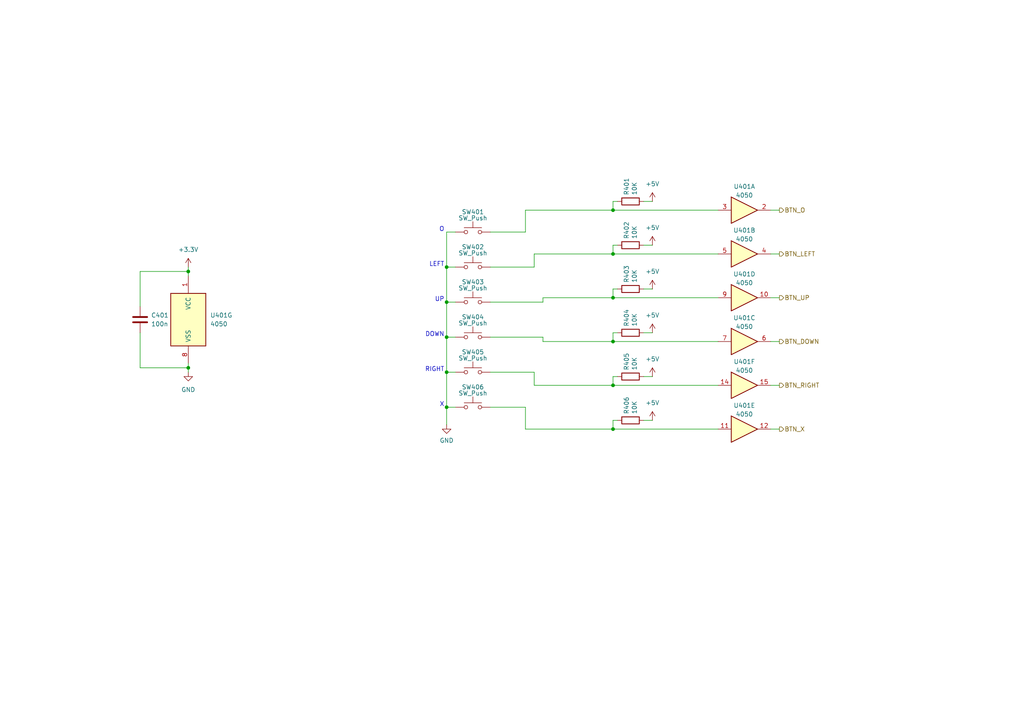
<source format=kicad_sch>
(kicad_sch (version 20231120) (generator "eeschema") (generator_version "8.0")
  (paper "A4")
  (title_block (title "STM32G0 LED Controller") (date "2024-06-29") (company "Stefan Misik") (comment 1 "www.stefanmisik.com"))
  (lib_symbols
    (symbol "4xxx:4050" (pin_names (offset 1.016))
      (property "Reference" "U" (at 0 1.27 0))
      (property "Value" "4050" (at 0 -1.27 0))
      (symbol "4050_1_0"
        (polyline (pts (xy -3.81 3.81) (xy -3.81 -3.81) (xy 3.81 0) (xy -3.81 3.81)) (stroke (width 0.254)) (fill (type background)))
        (pin output line (at 7.62 0 180) (length 3.81) (name "~") (number "2"))
        (pin input line (at -7.62 0 0) (length 3.81) (name "~") (number "3"))
      )
      (symbol "4050_2_0"
        (polyline (pts (xy -3.81 3.81) (xy -3.81 -3.81) (xy 3.81 0) (xy -3.81 3.81)) (stroke (width 0.254)) (fill (type background)))
        (pin output line (at 7.62 0 180) (length 3.81) (name "~") (number "4"))
        (pin input line (at -7.62 0 0) (length 3.81) (name "~") (number "5"))
      )
      (symbol "4050_3_0"
        (polyline (pts (xy -3.81 3.81) (xy -3.81 -3.81) (xy 3.81 0) (xy -3.81 3.81)) (stroke (width 0.254)) (fill (type background)))
        (pin output line (at 7.62 0 180) (length 3.81) (name "~") (number "6"))
        (pin input line (at -7.62 0 0) (length 3.81) (name "~") (number "7"))
      )
      (symbol "4050_4_0"
        (polyline (pts (xy -3.81 3.81) (xy -3.81 -3.81) (xy 3.81 0) (xy -3.81 3.81)) (stroke (width 0.254)) (fill (type background)))
        (pin output line (at 7.62 0 180) (length 3.81) (name "~") (number "10"))
        (pin input line (at -7.62 0 0) (length 3.81) (name "~") (number "9"))
      )
      (symbol "4050_5_0"
        (polyline (pts (xy -3.81 3.81) (xy -3.81 -3.81) (xy 3.81 0) (xy -3.81 3.81)) (stroke (width 0.254)) (fill (type background)))
        (pin input line (at -7.62 0 0) (length 3.81) (name "~") (number "11"))
        (pin output line (at 7.62 0 180) (length 3.81) (name "~") (number "12"))
      )
      (symbol "4050_6_0"
        (polyline (pts (xy -3.81 3.81) (xy -3.81 -3.81) (xy 3.81 0) (xy -3.81 3.81)) (stroke (width 0.254)) (fill (type background)))
        (pin input line (at -7.62 0 0) (length 3.81) (name "~") (number "14"))
        (pin output line (at 7.62 0 180) (length 3.81) (name "~") (number "15"))
      )
      (symbol "4050_7_0"
        (pin power_in line (at 0 12.7 270) (length 5.08) (name "VCC") (number "1"))
        (pin power_in line (at 0 -12.7 90) (length 5.08) (name "VSS") (number "8"))
      )
      (symbol "4050_7_1"
        (rectangle (start -5.08 7.62) (end 5.08 -7.62) (stroke (width 0.254)) (fill (type background)))
      )
    )
    (symbol "Device:C" (pin_numbers hide) (pin_names (offset 0.254))
      (property "Reference" "C" (at 0.635 2.54 0))
      (property "Value" "C" (at 0.635 -2.54 0))
      (symbol "C_0_1"
        (polyline (pts (xy -2.032 -0.762) (xy 2.032 -0.762)) (stroke (width 0.508)))
        (polyline (pts (xy -2.032 0.762) (xy 2.032 0.762)) (stroke (width 0.508)))
      )
      (symbol "C_1_1"
        (pin passive line (at 0 3.81 270) (length 2.794) (name "~") (number "1"))
        (pin passive line (at 0 -3.81 90) (length 2.794) (name "~") (number "2"))
      )
    )
    (symbol "Device:R" (pin_numbers hide) (pin_names (offset 0))
      (property "Reference" "R" (at 2.032 0 90))
      (property "Value" "R" (at 0 0 90))
      (symbol "R_0_1"
        (rectangle (start -1.016 -2.54) (end 1.016 2.54) (stroke (width 0.254)))
      )
      (symbol "R_1_1"
        (pin passive line (at 0 3.81 270) (length 1.27) (name "~") (number "1"))
        (pin passive line (at 0 -3.81 90) (length 1.27) (name "~") (number "2"))
      )
    )
    (symbol "Switch:SW_Push" (pin_numbers hide) (pin_names (offset 1.016) hide)
      (property "Reference" "SW" (at 1.27 2.54 0))
      (property "Value" "SW_Push" (at 0 -1.524 0))
      (symbol "SW_Push_0_1"
        (circle (center -2.032 0) (radius 0.508))
        (polyline (pts (xy 0 1.27) (xy 0 3.048)))
        (polyline (pts (xy 2.54 1.27) (xy -2.54 1.27)))
        (circle (center 2.032 0) (radius 0.508))
        (pin passive line (at -5.08 0 0) (length 2.54) (name "1") (number "1"))
        (pin passive line (at 5.08 0 180) (length 2.54) (name "2") (number "2"))
      )
    )
    (symbol "power:+3.3V" (power) (pin_numbers hide) (pin_names (offset 0) hide)
      (property "Value" "+3.3V" (at 0 3.556 0))
      (symbol "+3.3V_0_1"
        (polyline (pts (xy -0.762 1.27) (xy 0 2.54)))
        (polyline (pts (xy 0 0) (xy 0 2.54)))
        (polyline (pts (xy 0 2.54) (xy 0.762 1.27)))
      )
      (symbol "+3.3V_1_1"
        (pin power_in line (at 0 0 90) (length 0) (name "~") (number "1"))
      )
    )
    (symbol "power:+5V" (power) (pin_numbers hide) (pin_names (offset 0) hide)
      (property "Value" "+5V" (at 0 3.556 0))
      (symbol "+5V_0_1"
        (polyline (pts (xy -0.762 1.27) (xy 0 2.54)))
        (polyline (pts (xy 0 0) (xy 0 2.54)))
        (polyline (pts (xy 0 2.54) (xy 0.762 1.27)))
      )
      (symbol "+5V_1_1"
        (pin power_in line (at 0 0 90) (length 0) (name "~") (number "1"))
      )
    )
    (symbol "power:GND" (power) (pin_numbers hide) (pin_names (offset 0) hide)
      (property "Value" "GND" (at 0 -3.81 0))
      (symbol "GND_0_1"
        (polyline (pts (xy 0 0) (xy 0 -1.27) (xy 1.27 -1.27) (xy 0 -2.54) (xy -1.27 -1.27) (xy 0 -1.27)))
      )
      (symbol "GND_1_1"
        (pin power_in line (at 0 0 270) (length 0) (name "~") (number "1"))
      )
    )
  )
  (junction (at 129.54 97.79))
  (junction (at 129.54 118.11))
  (junction (at 129.54 77.47))
  (junction (at 177.8 124.46))
  (junction (at 54.61 78.74))
  (junction (at 177.8 99.06))
  (junction (at 129.54 87.63))
  (junction (at 54.61 106.68))
  (junction (at 177.8 111.76))
  (junction (at 177.8 86.36))
  (junction (at 177.8 60.96))
  (junction (at 177.8 73.66))
  (junction (at 129.54 107.95))
  (wire (pts (xy 177.8 71.12) (xy 177.8 73.66)))
  (wire (pts (xy 154.94 107.95) (xy 154.94 111.76)))
  (wire (pts (xy 54.61 105.41) (xy 54.61 106.68)))
  (wire (pts (xy 186.69 58.42) (xy 189.23 58.42)))
  (wire (pts (xy 40.64 78.74) (xy 54.61 78.74)))
  (wire (pts (xy 186.69 109.22) (xy 189.23 109.22)))
  (wire (pts (xy 54.61 78.74) (xy 54.61 80.01)))
  (wire (pts (xy 142.24 118.11) (xy 152.4 118.11)))
  (wire (pts (xy 129.54 97.79) (xy 132.08 97.79)))
  (wire (pts (xy 142.24 97.79) (xy 157.48 97.79)))
  (wire (pts (xy 177.8 86.36) (xy 208.28 86.36)))
  (wire (pts (xy 177.8 111.76) (xy 208.28 111.76)))
  (wire (pts (xy 129.54 87.63) (xy 132.08 87.63)))
  (wire (pts (xy 177.8 96.52) (xy 177.8 99.06)))
  (wire (pts (xy 177.8 83.82) (xy 177.8 86.36)))
  (wire (pts (xy 152.4 118.11) (xy 152.4 124.46)))
  (wire (pts (xy 177.8 58.42) (xy 177.8 60.96)))
  (wire (pts (xy 54.61 77.47) (xy 54.61 78.74)))
  (wire (pts (xy 129.54 77.47) (xy 129.54 87.63)))
  (wire (pts (xy 129.54 77.47) (xy 132.08 77.47)))
  (wire (pts (xy 129.54 97.79) (xy 129.54 107.95)))
  (wire (pts (xy 152.4 124.46) (xy 177.8 124.46)))
  (wire (pts (xy 152.4 60.96) (xy 177.8 60.96)))
  (wire (pts (xy 40.64 106.68) (xy 54.61 106.68)))
  (wire (pts (xy 142.24 67.31) (xy 152.4 67.31)))
  (wire (pts (xy 157.48 86.36) (xy 177.8 86.36)))
  (wire (pts (xy 226.06 86.36) (xy 223.52 86.36)))
  (wire (pts (xy 179.07 58.42) (xy 177.8 58.42)))
  (wire (pts (xy 179.07 109.22) (xy 177.8 109.22)))
  (wire (pts (xy 154.94 77.47) (xy 154.94 73.66)))
  (wire (pts (xy 226.06 73.66) (xy 223.52 73.66)))
  (wire (pts (xy 226.06 60.96) (xy 223.52 60.96)))
  (wire (pts (xy 129.54 107.95) (xy 132.08 107.95)))
  (wire (pts (xy 179.07 83.82) (xy 177.8 83.82)))
  (wire (pts (xy 186.69 83.82) (xy 189.23 83.82)))
  (wire (pts (xy 129.54 118.11) (xy 132.08 118.11)))
  (wire (pts (xy 157.48 87.63) (xy 157.48 86.36)))
  (wire (pts (xy 179.07 121.92) (xy 177.8 121.92)))
  (wire (pts (xy 177.8 73.66) (xy 208.28 73.66)))
  (wire (pts (xy 177.8 99.06) (xy 208.28 99.06)))
  (wire (pts (xy 179.07 71.12) (xy 177.8 71.12)))
  (wire (pts (xy 154.94 107.95) (xy 142.24 107.95)))
  (wire (pts (xy 129.54 67.31) (xy 132.08 67.31)))
  (wire (pts (xy 226.06 124.46) (xy 223.52 124.46)))
  (wire (pts (xy 186.69 71.12) (xy 189.23 71.12)))
  (wire (pts (xy 177.8 124.46) (xy 208.28 124.46)))
  (wire (pts (xy 40.64 96.52) (xy 40.64 106.68)))
  (wire (pts (xy 226.06 99.06) (xy 223.52 99.06)))
  (wire (pts (xy 226.06 111.76) (xy 223.52 111.76)))
  (wire (pts (xy 186.69 121.92) (xy 189.23 121.92)))
  (wire (pts (xy 129.54 67.31) (xy 129.54 77.47)))
  (wire (pts (xy 142.24 77.47) (xy 154.94 77.47)))
  (wire (pts (xy 157.48 99.06) (xy 177.8 99.06)))
  (wire (pts (xy 54.61 106.68) (xy 54.61 107.95)))
  (wire (pts (xy 152.4 67.31) (xy 152.4 60.96)))
  (wire (pts (xy 177.8 109.22) (xy 177.8 111.76)))
  (wire (pts (xy 177.8 60.96) (xy 208.28 60.96)))
  (wire (pts (xy 129.54 87.63) (xy 129.54 97.79)))
  (wire (pts (xy 179.07 96.52) (xy 177.8 96.52)))
  (wire (pts (xy 129.54 107.95) (xy 129.54 118.11)))
  (wire (pts (xy 154.94 111.76) (xy 177.8 111.76)))
  (wire (pts (xy 157.48 97.79) (xy 157.48 99.06)))
  (wire (pts (xy 186.69 96.52) (xy 189.23 96.52)))
  (wire (pts (xy 129.54 123.19) (xy 129.54 118.11)))
  (wire (pts (xy 154.94 73.66) (xy 177.8 73.66)))
  (wire (pts (xy 142.24 87.63) (xy 157.48 87.63)))
  (wire (pts (xy 40.64 78.74) (xy 40.64 88.9)))
  (wire (pts (xy 177.8 121.92) (xy 177.8 124.46)))
  (text "X" (at 128.905 118.11 0) (effects (font (size 1.27 1.27)) (justify right bottom)))
  (text "RIGHT" (at 128.905 107.95 0) (effects (font (size 1.27 1.27)) (justify right bottom)))
  (text "LEFT" (at 128.905 77.47 0) (effects (font (size 1.27 1.27)) (justify right bottom)))
  (text "DOWN" (at 128.905 97.79 0) (effects (font (size 1.27 1.27)) (justify right bottom)))
  (text "O" (at 128.905 67.31 0) (effects (font (size 1.27 1.27)) (justify right bottom)))
  (text "UP" (at 128.905 87.63 0) (effects (font (size 1.27 1.27)) (justify right bottom)))
  (hierarchical_label "BTN_UP" (shape output) (at 226.06 86.36 0))
  (hierarchical_label "BTN_RIGHT" (shape output) (at 226.06 111.76 0))
  (hierarchical_label "BTN_LEFT" (shape output) (at 226.06 73.66 0))
  (hierarchical_label "BTN_DOWN" (shape output) (at 226.06 99.06 0))
  (hierarchical_label "BTN_X" (shape output) (at 226.06 124.46 0))
  (hierarchical_label "BTN_O" (shape output) (at 226.06 60.96 0))
  (symbol (lib_id "power:+5V") (at 189.23 121.92 0) (unit 1)
    (property "Reference" "#PWR0402" (effects (hide yes)))
    (property "Value" "+5V" (at 189.23 116.84 0))
    (property "Description" "Power symbol creates a global label with name \"+5V\"" (effects (hide yes)))
  )
  (symbol (lib_id "4xxx:4050") (at 215.9 86.36 0) (unit 4)
    (property "Reference" "U401" (at 215.9 79.502 0))
    (property "Value" "4050" (at 215.9 82.042 0))
    (property "Footprint" "Package_SO:SOIC-16_3.9x9.9mm_P1.27mm" (effects (hide yes)))
    (property "Datasheet" "http://www.intersil.com/content/dam/intersil/documents/cd40/cd4050bms.pdf" (effects (hide yes)))
    (property "Description" "Hex Buffer" (effects (hide yes)))
  )
  (symbol (lib_id "Device:R") (at 182.88 71.12 90) (unit 1)
    (property "Reference" "R402" (at 181.7116 69.342 0) (effects (justify left)))
    (property "Value" "10K" (at 184.023 69.342 0) (effects (justify left)))
    (property "Footprint" "Resistor_SMD:R_0805_2012Metric_Pad1.20x1.40mm_HandSolder" (effects (hide yes)))
    (property "Description" "Resistor" (effects (hide yes)))
  )
  (symbol (lib_id "Device:R") (at 182.88 121.92 90) (unit 1)
    (property "Reference" "R406" (at 181.7116 120.142 0) (effects (justify left)))
    (property "Value" "10K" (at 184.023 120.142 0) (effects (justify left)))
    (property "Footprint" "Resistor_SMD:R_0805_2012Metric_Pad1.20x1.40mm_HandSolder" (effects (hide yes)))
    (property "Description" "Resistor" (effects (hide yes)))
  )
  (symbol (lib_id "power:+5V") (at 189.23 58.42 0) (unit 1)
    (property "Reference" "#PWR0407" (effects (hide yes)))
    (property "Value" "+5V" (at 189.23 53.34 0))
    (property "Description" "Power symbol creates a global label with name \"+5V\"" (effects (hide yes)))
  )
  (symbol (lib_id "power:GND") (at 129.54 123.19 0) (unit 1)
    (property "Reference" "#PWR0401" (effects (hide yes)))
    (property "Value" "GND" (at 129.54 127.762 0))
    (property "Description" "Power symbol creates a global label with name \"GND\" , ground" (effects (hide yes)))
  )
  (symbol (lib_id "Device:R") (at 182.88 58.42 90) (unit 1)
    (property "Reference" "R401" (at 181.7116 56.642 0) (effects (justify left)))
    (property "Value" "10K" (at 184.023 56.642 0) (effects (justify left)))
    (property "Footprint" "Resistor_SMD:R_0805_2012Metric_Pad1.20x1.40mm_HandSolder" (effects (hide yes)))
    (property "Description" "Resistor" (effects (hide yes)))
  )
  (symbol (lib_id "Switch:SW_Push") (at 137.16 107.95 0) (unit 1)
    (property "Reference" "SW405" (at 137.16 102.108 0))
    (property "Value" "SW_Push" (at 137.16 103.886 0))
    (property "Footprint" "Button_Switch_THT:SW_PUSH_6mm" (effects (hide yes)))
    (property "Description" "Push button switch, generic, two pins" (effects (hide yes)))
  )
  (symbol (lib_id "4xxx:4050") (at 54.61 92.71 0) (unit 7)
    (property "Reference" "U401" (at 60.96 91.4399 0) (effects (justify left)))
    (property "Value" "4050" (at 60.96 93.9799 0) (effects (justify left)))
    (property "Footprint" "Package_SO:SOIC-16_3.9x9.9mm_P1.27mm" (effects (hide yes)))
    (property "Datasheet" "http://www.intersil.com/content/dam/intersil/documents/cd40/cd4050bms.pdf" (effects (hide yes)))
    (property "Description" "Hex Buffer" (effects (hide yes)))
  )
  (symbol (lib_id "Switch:SW_Push") (at 137.16 118.11 0) (unit 1)
    (property "Reference" "SW406" (at 137.16 112.268 0))
    (property "Value" "SW_Push" (at 137.16 114.046 0))
    (property "Footprint" "Button_Switch_THT:SW_PUSH_6mm" (effects (hide yes)))
    (property "Description" "Push button switch, generic, two pins" (effects (hide yes)))
  )
  (symbol (lib_id "4xxx:4050") (at 215.9 60.96 0) (unit 1)
    (property "Reference" "U401" (at 215.9 54.102 0))
    (property "Value" "4050" (at 215.9 56.642 0))
    (property "Footprint" "Package_SO:SOIC-16_3.9x9.9mm_P1.27mm" (effects (hide yes)))
    (property "Datasheet" "http://www.intersil.com/content/dam/intersil/documents/cd40/cd4050bms.pdf" (effects (hide yes)))
    (property "Description" "Hex Buffer" (effects (hide yes)))
  )
  (symbol (lib_id "4xxx:4050") (at 215.9 73.66 0) (unit 2)
    (property "Reference" "U401" (at 215.9 66.802 0))
    (property "Value" "4050" (at 215.9 69.342 0))
    (property "Footprint" "Package_SO:SOIC-16_3.9x9.9mm_P1.27mm" (effects (hide yes)))
    (property "Datasheet" "http://www.intersil.com/content/dam/intersil/documents/cd40/cd4050bms.pdf" (effects (hide yes)))
    (property "Description" "Hex Buffer" (effects (hide yes)))
  )
  (symbol (lib_id "Switch:SW_Push") (at 137.16 87.63 0) (unit 1)
    (property "Reference" "SW403" (at 137.16 81.788 0))
    (property "Value" "SW_Push" (at 137.16 83.566 0))
    (property "Footprint" "Button_Switch_THT:SW_PUSH_6mm" (effects (hide yes)))
    (property "Description" "Push button switch, generic, two pins" (effects (hide yes)))
  )
  (symbol (lib_id "4xxx:4050") (at 215.9 99.06 0) (unit 3)
    (property "Reference" "U401" (at 215.9 92.202 0))
    (property "Value" "4050" (at 215.9 94.742 0))
    (property "Footprint" "Package_SO:SOIC-16_3.9x9.9mm_P1.27mm" (effects (hide yes)))
    (property "Datasheet" "http://www.intersil.com/content/dam/intersil/documents/cd40/cd4050bms.pdf" (effects (hide yes)))
    (property "Description" "Hex Buffer" (effects (hide yes)))
  )
  (symbol (lib_id "4xxx:4050") (at 215.9 111.76 0) (unit 6)
    (property "Reference" "U401" (at 215.9 104.902 0))
    (property "Value" "4050" (at 215.9 107.442 0))
    (property "Footprint" "Package_SO:SOIC-16_3.9x9.9mm_P1.27mm" (effects (hide yes)))
    (property "Datasheet" "http://www.intersil.com/content/dam/intersil/documents/cd40/cd4050bms.pdf" (effects (hide yes)))
    (property "Description" "Hex Buffer" (effects (hide yes)))
  )
  (symbol (lib_id "power:+5V") (at 189.23 83.82 0) (unit 1)
    (property "Reference" "#PWR0405" (effects (hide yes)))
    (property "Value" "+5V" (at 189.23 78.74 0))
    (property "Description" "Power symbol creates a global label with name \"+5V\"" (effects (hide yes)))
  )
  (symbol (lib_id "power:GND") (at 54.61 107.95 0) (unit 1)
    (property "Reference" "#PWR02" (effects (hide yes)))
    (property "Value" "GND" (at 54.61 113.03 0))
    (property "Description" "Power symbol creates a global label with name \"GND\" , ground" (effects (hide yes)))
  )
  (symbol (lib_id "Switch:SW_Push") (at 137.16 97.79 0) (unit 1)
    (property "Reference" "SW404" (at 137.16 91.948 0))
    (property "Value" "SW_Push" (at 137.16 93.726 0))
    (property "Footprint" "Button_Switch_THT:SW_PUSH_6mm" (effects (hide yes)))
    (property "Description" "Push button switch, generic, two pins" (effects (hide yes)))
  )
  (symbol (lib_id "Device:R") (at 182.88 96.52 90) (unit 1)
    (property "Reference" "R404" (at 181.7116 94.742 0) (effects (justify left)))
    (property "Value" "10K" (at 184.023 94.742 0) (effects (justify left)))
    (property "Footprint" "Resistor_SMD:R_0805_2012Metric_Pad1.20x1.40mm_HandSolder" (effects (hide yes)))
    (property "Description" "Resistor" (effects (hide yes)))
  )
  (symbol (lib_id "Device:R") (at 182.88 109.22 90) (unit 1)
    (property "Reference" "R405" (at 181.7116 107.442 0) (effects (justify left)))
    (property "Value" "10K" (at 184.023 107.442 0) (effects (justify left)))
    (property "Footprint" "Resistor_SMD:R_0805_2012Metric_Pad1.20x1.40mm_HandSolder" (effects (hide yes)))
    (property "Description" "Resistor" (effects (hide yes)))
  )
  (symbol (lib_id "Switch:SW_Push") (at 137.16 67.31 0) (unit 1)
    (property "Reference" "SW401" (at 137.16 61.468 0))
    (property "Value" "SW_Push" (at 137.16 63.246 0))
    (property "Footprint" "Button_Switch_THT:SW_PUSH_6mm" (effects (hide yes)))
    (property "Description" "Push button switch, generic, two pins" (effects (hide yes)))
  )
  (symbol (lib_id "Device:R") (at 182.88 83.82 90) (unit 1)
    (property "Reference" "R403" (at 181.7116 82.042 0) (effects (justify left)))
    (property "Value" "10K" (at 184.023 82.042 0) (effects (justify left)))
    (property "Footprint" "Resistor_SMD:R_0805_2012Metric_Pad1.20x1.40mm_HandSolder" (effects (hide yes)))
    (property "Description" "Resistor" (effects (hide yes)))
  )
  (symbol (lib_id "4xxx:4050") (at 215.9 124.46 0) (unit 5)
    (property "Reference" "U401" (at 215.9 117.602 0))
    (property "Value" "4050" (at 215.9 120.142 0))
    (property "Footprint" "Package_SO:SOIC-16_3.9x9.9mm_P1.27mm" (effects (hide yes)))
    (property "Datasheet" "http://www.intersil.com/content/dam/intersil/documents/cd40/cd4050bms.pdf" (effects (hide yes)))
    (property "Description" "Hex Buffer" (effects (hide yes)))
  )
  (symbol (lib_id "power:+5V") (at 189.23 109.22 0) (unit 1)
    (property "Reference" "#PWR0403" (effects (hide yes)))
    (property "Value" "+5V" (at 189.23 104.14 0))
    (property "Description" "Power symbol creates a global label with name \"+5V\"" (effects (hide yes)))
  )
  (symbol (lib_id "Device:C") (at 40.64 92.71 0) (unit 1)
    (property "Reference" "C401" (at 43.815 91.44 0) (effects (justify left)))
    (property "Value" "100n" (at 43.815 93.98 0) (effects (justify left)))
    (property "Footprint" "Capacitor_SMD:C_0805_2012Metric_Pad1.18x1.45mm_HandSolder" (effects (hide yes)))
    (property "Description" "Unpolarized capacitor" (effects (hide yes)))
  )
  (symbol (lib_id "power:+5V") (at 189.23 96.52 0) (unit 1)
    (property "Reference" "#PWR0404" (effects (hide yes)))
    (property "Value" "+5V" (at 189.23 91.44 0))
    (property "Description" "Power symbol creates a global label with name \"+5V\"" (effects (hide yes)))
  )
  (symbol (lib_id "power:+3.3V") (at 54.61 77.47 0) (unit 1)
    (property "Reference" "#PWR03" (effects (hide yes)))
    (property "Value" "+3.3V" (at 54.61 72.39 0))
    (property "Description" "Power symbol creates a global label with name \"+3.3V\"" (effects (hide yes)))
  )
  (symbol (lib_id "power:+5V") (at 189.23 71.12 0) (unit 1)
    (property "Reference" "#PWR0406" (effects (hide yes)))
    (property "Value" "+5V" (at 189.23 66.04 0))
    (property "Description" "Power symbol creates a global label with name \"+5V\"" (effects (hide yes)))
  )
  (symbol (lib_id "Switch:SW_Push") (at 137.16 77.47 0) (unit 1)
    (property "Reference" "SW402" (at 137.16 71.628 0))
    (property "Value" "SW_Push" (at 137.16 73.406 0))
    (property "Footprint" "Button_Switch_THT:SW_PUSH_6mm" (effects (hide yes)))
    (property "Description" "Push button switch, generic, two pins" (effects (hide yes)))
  )
)
</source>
